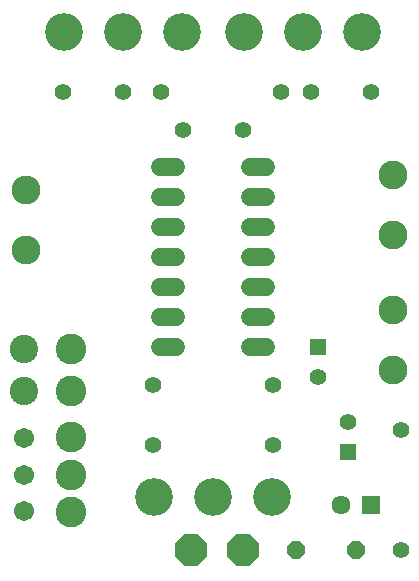
<source format=gts>
G75*
G70*
%OFA0B0*%
%FSLAX24Y24*%
%IPPOS*%
%LPD*%
%AMOC8*
5,1,8,0,0,1.08239X$1,22.5*
%
%ADD10C,0.0634*%
%ADD11R,0.0634X0.0634*%
%ADD12C,0.0556*%
%ADD13C,0.1261*%
%ADD14R,0.0556X0.0556*%
%ADD15C,0.0600*%
%ADD16C,0.1025*%
%ADD17C,0.0671*%
%ADD18C,0.0946*%
%ADD19C,0.0966*%
%ADD20OC8,0.1080*%
%ADD21OC8,0.0600*%
D10*
X011681Y002931D03*
D11*
X012681Y002931D03*
D12*
X013681Y001431D03*
X013681Y005431D03*
X011931Y005681D03*
X010931Y007181D03*
X009431Y006931D03*
X009431Y004931D03*
X005431Y004931D03*
X005431Y006931D03*
X006431Y015431D03*
X005681Y016681D03*
X004431Y016681D03*
X002431Y016681D03*
X008431Y015431D03*
X009681Y016681D03*
X010681Y016681D03*
X012681Y016681D03*
D13*
X012400Y018681D03*
X010431Y018681D03*
X008463Y018681D03*
X006400Y018681D03*
X004431Y018681D03*
X002463Y018681D03*
X005463Y003181D03*
X007431Y003181D03*
X009400Y003181D03*
D14*
X011931Y004681D03*
X010931Y008181D03*
D15*
X009191Y008181D02*
X008671Y008181D01*
X008671Y009181D02*
X009191Y009181D01*
X009191Y010181D02*
X008671Y010181D01*
X008671Y011181D02*
X009191Y011181D01*
X009191Y012181D02*
X008671Y012181D01*
X008671Y013181D02*
X009191Y013181D01*
X009191Y014181D02*
X008671Y014181D01*
X006191Y014181D02*
X005671Y014181D01*
X005671Y013181D02*
X006191Y013181D01*
X006191Y012181D02*
X005671Y012181D01*
X005671Y011181D02*
X006191Y011181D01*
X006191Y010181D02*
X005671Y010181D01*
X005671Y009181D02*
X006191Y009181D01*
X006191Y008181D02*
X005671Y008181D01*
D16*
X002681Y008131D03*
X002681Y006731D03*
X002681Y005181D03*
X002681Y003931D03*
X002681Y002681D03*
D17*
X001131Y002706D03*
X001131Y003931D03*
X001131Y005156D03*
D18*
X001131Y006731D03*
X001131Y008131D03*
D19*
X001181Y011431D03*
X001181Y013431D03*
X013431Y013931D03*
X013431Y011931D03*
X013431Y009431D03*
X013431Y007431D03*
D20*
X008431Y001431D03*
X006681Y001431D03*
D21*
X010181Y001431D03*
X012181Y001431D03*
M02*

</source>
